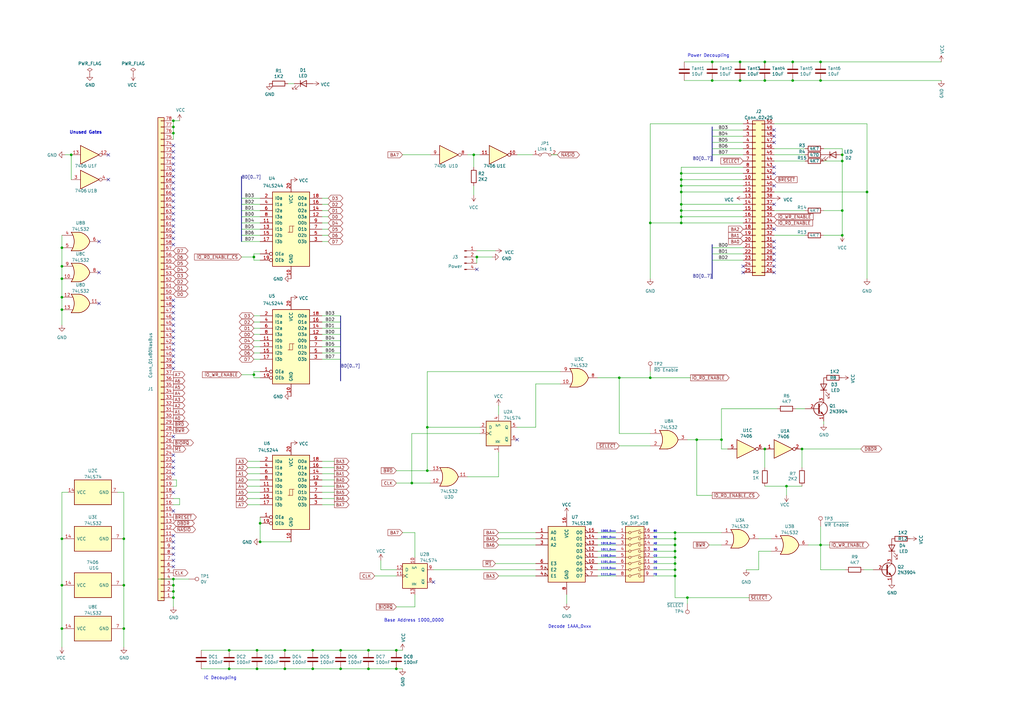
<source format=kicad_sch>
(kicad_sch (version 20230121) (generator eeschema)
  (paper "A3")
  (title_block (title "80 Bus Compact Flash Card") (date "2023-08-14") (rev "0.0.2"))
  (junction (at 139.7 266.7))
  (junction (at 71.12 49.53))
  (junction (at 151.13 274.32))
  (junction (at 25.4 114.3))
  (junction (at 71.12 54.61))
  (junction (at 25.4 257.81))
  (junction (at 175.26 175.26))
  (junction (at 71.12 237.49))
  (junction (at 128.27 274.32))
  (junction (at 345.44 96.52))
  (junction (at 105.41 266.7))
  (junction (at 276.86 226.06))
  (junction (at 292.1 25.4))
  (junction (at 276.86 233.68))
  (junction (at 104.14 153.67))
  (junction (at 345.44 86.36))
  (junction (at 71.12 245.11))
  (junction (at 279.4 71.12))
  (junction (at 313.69 33.02))
  (junction (at 279.4 86.36))
  (junction (at 116.84 266.7))
  (junction (at 279.4 78.74))
  (junction (at 175.26 193.04))
  (junction (at 279.4 88.9))
  (junction (at 292.1 33.02))
  (junction (at 71.12 240.03))
  (junction (at 355.6 78.74))
  (junction (at 168.91 198.12))
  (junction (at 50.8 240.03))
  (junction (at 279.4 83.82))
  (junction (at 266.7 91.44))
  (junction (at 279.4 91.44))
  (junction (at 105.41 274.32))
  (junction (at 128.27 266.7))
  (junction (at 325.12 33.02))
  (junction (at 93.98 266.7))
  (junction (at 194.31 63.5))
  (junction (at 93.98 274.32))
  (junction (at 106.68 222.25))
  (junction (at 139.7 274.32))
  (junction (at 322.58 199.39))
  (junction (at 336.55 223.52))
  (junction (at 325.12 25.4))
  (junction (at 29.21 63.5))
  (junction (at 25.4 220.98))
  (junction (at 281.94 245.11))
  (junction (at 303.53 33.02))
  (junction (at 295.91 180.34))
  (junction (at 116.84 274.32))
  (junction (at 279.4 76.2))
  (junction (at 151.13 266.7))
  (junction (at 25.4 240.03))
  (junction (at 279.4 73.66))
  (junction (at 162.56 274.32))
  (junction (at 25.4 101.6))
  (junction (at 276.86 218.44))
  (junction (at 50.8 220.98))
  (junction (at 254 154.94))
  (junction (at 71.12 52.07))
  (junction (at 276.86 223.52))
  (junction (at 25.4 127))
  (junction (at 345.44 66.04))
  (junction (at 276.86 228.6))
  (junction (at 25.4 121.92))
  (junction (at 266.7 154.94))
  (junction (at 25.4 109.22))
  (junction (at 162.56 266.7))
  (junction (at 104.14 105.41))
  (junction (at 106.68 214.63))
  (junction (at 50.8 257.81))
  (junction (at 276.86 220.98))
  (junction (at 285.75 180.34))
  (junction (at 313.69 25.4))
  (junction (at 303.53 25.4))
  (junction (at 71.12 242.57))
  (junction (at 195.58 105.41))
  (junction (at 345.44 63.5))
  (junction (at 336.55 33.02))
  (junction (at 313.69 184.15))
  (junction (at 276.86 236.22))
  (junction (at 336.55 25.4))
  (junction (at 276.86 231.14))
  (junction (at 328.93 184.15))
  (no_connect (at 71.12 128.27))
  (no_connect (at 71.12 59.69))
  (no_connect (at 71.12 95.25))
  (no_connect (at 71.12 140.97))
  (no_connect (at 71.12 179.07))
  (no_connect (at 71.12 90.17))
  (no_connect (at 317.5 76.2))
  (no_connect (at 71.12 186.69))
  (no_connect (at 71.12 97.79))
  (no_connect (at 317.5 83.82))
  (no_connect (at 71.12 123.19))
  (no_connect (at 71.12 72.39))
  (no_connect (at 71.12 151.13))
  (no_connect (at 44.45 73.66))
  (no_connect (at 317.5 68.58))
  (no_connect (at 71.12 80.01))
  (no_connect (at 71.12 64.77))
  (no_connect (at 71.12 100.33))
  (no_connect (at 177.8 238.76))
  (no_connect (at 317.5 99.06))
  (no_connect (at 317.5 101.6))
  (no_connect (at 71.12 130.81))
  (no_connect (at 71.12 232.41))
  (no_connect (at 40.64 124.46))
  (no_connect (at 71.12 209.55))
  (no_connect (at 304.8 109.22))
  (no_connect (at 71.12 146.05))
  (no_connect (at 71.12 77.47))
  (no_connect (at 71.12 82.55))
  (no_connect (at 71.12 135.89))
  (no_connect (at 317.5 106.68))
  (no_connect (at 71.12 138.43))
  (no_connect (at 317.5 71.12))
  (no_connect (at 71.12 224.79))
  (no_connect (at 71.12 133.35))
  (no_connect (at 40.64 111.76))
  (no_connect (at 71.12 189.23))
  (no_connect (at 71.12 222.25))
  (no_connect (at 71.12 125.73))
  (no_connect (at 317.5 53.34))
  (no_connect (at 40.64 99.06))
  (no_connect (at 71.12 74.93))
  (no_connect (at 71.12 219.71))
  (no_connect (at 71.12 69.85))
  (no_connect (at 44.45 63.5))
  (no_connect (at 317.5 55.88))
  (no_connect (at 317.5 111.76))
  (no_connect (at 71.12 227.33))
  (no_connect (at 71.12 85.09))
  (no_connect (at 317.5 93.98))
  (no_connect (at 71.12 201.93))
  (no_connect (at 71.12 92.71))
  (no_connect (at 71.12 143.51))
  (no_connect (at 71.12 229.87))
  (no_connect (at 71.12 148.59))
  (no_connect (at 71.12 67.31))
  (no_connect (at 317.5 58.42))
  (no_connect (at 317.5 109.22))
  (no_connect (at 71.12 194.31))
  (no_connect (at 71.12 191.77))
  (no_connect (at 195.58 110.49))
  (no_connect (at 71.12 62.23))
  (no_connect (at 304.8 111.76))
  (no_connect (at 71.12 87.63))
  (no_connect (at 317.5 104.14))
  (no_connect (at 212.09 180.34))
  (wire (pts (xy 168.91 177.8) (xy 196.85 177.8)))
  (wire (pts (xy 276.86 226.06) (xy 276.86 223.52)))
  (wire (pts (xy 177.8 233.68) (xy 219.71 233.68)))
  (wire (pts (xy 317.5 60.96) (xy 330.2 60.96)))
  (wire (pts (xy 328.93 184.15) (xy 353.06 184.15)))
  (wire (pts (xy 106.68 152.4) (xy 104.14 152.4)))
  (wire (pts (xy 267.97 223.52) (xy 276.86 223.52)))
  (wire (pts (xy 132.08 189.23) (xy 137.16 189.23)))
  (wire (pts (xy 194.31 68.58) (xy 194.31 63.5)))
  (wire (pts (xy 325.12 33.02) (xy 336.55 33.02)))
  (wire (pts (xy 292.1 55.88) (xy 304.8 55.88)))
  (wire (pts (xy 245.11 220.98) (xy 252.73 220.98)))
  (wire (pts (xy 336.55 215.9) (xy 336.55 223.52)))
  (wire (pts (xy 194.31 76.2) (xy 194.31 80.01)))
  (wire (pts (xy 151.13 274.32) (xy 162.56 274.32)))
  (wire (pts (xy 175.26 152.4) (xy 229.87 152.4)))
  (wire (pts (xy 132.08 207.01) (xy 137.16 207.01)))
  (wire (pts (xy 276.86 218.44) (xy 295.91 218.44)))
  (wire (pts (xy 218.44 63.5) (xy 212.09 63.5)))
  (wire (pts (xy 267.97 220.98) (xy 276.86 220.98)))
  (wire (pts (xy 281.94 245.11) (xy 281.94 247.65)))
  (wire (pts (xy 106.68 86.36) (xy 99.06 86.36)))
  (wire (pts (xy 106.68 96.52) (xy 99.06 96.52)))
  (wire (pts (xy 279.4 71.12) (xy 304.8 71.12)))
  (wire (pts (xy 71.12 237.49) (xy 77.47 237.49)))
  (wire (pts (xy 119.38 222.25) (xy 106.68 222.25)))
  (wire (pts (xy 355.6 50.8) (xy 355.6 78.74)))
  (wire (pts (xy 267.97 236.22) (xy 276.86 236.22)))
  (wire (pts (xy 165.1 63.5) (xy 176.53 63.5)))
  (wire (pts (xy 82.55 266.7) (xy 93.98 266.7)))
  (wire (pts (xy 71.12 245.11) (xy 71.12 242.57)))
  (wire (pts (xy 25.4 201.93) (xy 25.4 220.98)))
  (wire (pts (xy 99.06 105.41) (xy 104.14 105.41)))
  (wire (pts (xy 285.75 203.2) (xy 292.1 203.2)))
  (wire (pts (xy 162.56 198.12) (xy 168.91 198.12)))
  (wire (pts (xy 336.55 25.4) (xy 386.08 25.4)))
  (wire (pts (xy 345.44 63.5) (xy 345.44 66.04)))
  (wire (pts (xy 330.2 167.64) (xy 326.39 167.64)))
  (wire (pts (xy 106.68 91.44) (xy 99.06 91.44)))
  (wire (pts (xy 281.94 245.11) (xy 307.34 245.11)))
  (wire (pts (xy 358.14 233.68) (xy 354.33 233.68)))
  (wire (pts (xy 71.12 204.47) (xy 73.66 204.47)))
  (wire (pts (xy 276.86 245.11) (xy 281.94 245.11)))
  (wire (pts (xy 132.08 81.28) (xy 134.62 81.28)))
  (wire (pts (xy 25.4 240.03) (xy 25.4 257.81)))
  (wire (pts (xy 276.86 231.14) (xy 276.86 228.6)))
  (wire (pts (xy 254 154.94) (xy 266.7 154.94)))
  (wire (pts (xy 73.66 49.53) (xy 71.12 49.53)))
  (wire (pts (xy 128.27 274.32) (xy 139.7 274.32)))
  (wire (pts (xy 292.1 104.14) (xy 304.8 104.14)))
  (wire (pts (xy 245.11 233.68) (xy 252.73 233.68)))
  (wire (pts (xy 71.12 54.61) (xy 71.12 52.07)))
  (wire (pts (xy 204.47 195.58) (xy 204.47 185.42)))
  (wire (pts (xy 153.67 236.22) (xy 162.56 236.22)))
  (wire (pts (xy 132.08 83.82) (xy 134.62 83.82)))
  (wire (pts (xy 232.41 243.84) (xy 232.41 247.65)))
  (wire (pts (xy 245.11 226.06) (xy 252.73 226.06)))
  (wire (pts (xy 101.6 189.23) (xy 106.68 189.23)))
  (wire (pts (xy 93.98 274.32) (xy 105.41 274.32)))
  (wire (pts (xy 337.82 66.04) (xy 345.44 66.04)))
  (wire (pts (xy 139.7 147.32) (xy 132.08 147.32)))
  (wire (pts (xy 266.7 50.8) (xy 266.7 91.44)))
  (wire (pts (xy 285.75 180.34) (xy 285.75 203.2)))
  (wire (pts (xy 104.14 142.24) (xy 106.68 142.24)))
  (wire (pts (xy 276.86 218.44) (xy 267.97 218.44)))
  (wire (pts (xy 105.41 266.7) (xy 116.84 266.7)))
  (wire (pts (xy 317.5 50.8) (xy 355.6 50.8)))
  (wire (pts (xy 219.71 231.14) (xy 203.2 231.14)))
  (wire (pts (xy 120.65 34.29) (xy 118.11 34.29)))
  (wire (pts (xy 93.98 266.7) (xy 105.41 266.7)))
  (wire (pts (xy 245.11 223.52) (xy 252.73 223.52)))
  (wire (pts (xy 279.4 73.66) (xy 279.4 76.2)))
  (wire (pts (xy 132.08 196.85) (xy 137.16 196.85)))
  (wire (pts (xy 132.08 96.52) (xy 134.62 96.52)))
  (wire (pts (xy 303.53 33.02) (xy 313.69 33.02)))
  (wire (pts (xy 162.56 233.68) (xy 156.21 233.68)))
  (wire (pts (xy 204.47 220.98) (xy 219.71 220.98)))
  (wire (pts (xy 292.1 101.6) (xy 304.8 101.6)))
  (wire (pts (xy 139.7 274.32) (xy 151.13 274.32)))
  (wire (pts (xy 292.1 25.4) (xy 303.53 25.4)))
  (wire (pts (xy 104.14 154.94) (xy 104.14 153.67)))
  (wire (pts (xy 29.21 63.5) (xy 29.21 73.66)))
  (wire (pts (xy 313.69 33.02) (xy 325.12 33.02)))
  (wire (pts (xy 139.7 144.78) (xy 132.08 144.78)))
  (wire (pts (xy 64.77 237.49) (xy 71.12 237.49)))
  (wire (pts (xy 73.66 207.01) (xy 71.12 207.01)))
  (wire (pts (xy 71.12 248.92) (xy 71.12 245.11)))
  (wire (pts (xy 328.93 184.15) (xy 328.93 191.77)))
  (wire (pts (xy 245.11 236.22) (xy 252.73 236.22)))
  (wire (pts (xy 26.67 63.5) (xy 29.21 63.5)))
  (wire (pts (xy 50.8 220.98) (xy 50.8 240.03)))
  (wire (pts (xy 295.91 167.64) (xy 318.77 167.64)))
  (wire (pts (xy 219.71 157.48) (xy 229.87 157.48)))
  (wire (pts (xy 266.7 152.4) (xy 266.7 154.94)))
  (wire (pts (xy 151.13 266.7) (xy 162.56 266.7)))
  (wire (pts (xy 132.08 91.44) (xy 134.62 91.44)))
  (wire (pts (xy 104.14 134.62) (xy 106.68 134.62)))
  (wire (pts (xy 280.67 25.4) (xy 292.1 25.4)))
  (wire (pts (xy 292.1 33.02) (xy 303.53 33.02)))
  (wire (pts (xy 279.4 86.36) (xy 279.4 88.9)))
  (wire (pts (xy 104.14 106.68) (xy 104.14 105.41)))
  (wire (pts (xy 139.7 266.7) (xy 151.13 266.7)))
  (wire (pts (xy 276.86 223.52) (xy 276.86 220.98)))
  (wire (pts (xy 71.12 52.07) (xy 71.12 49.53)))
  (wire (pts (xy 195.58 105.41) (xy 201.93 105.41)))
  (wire (pts (xy 292.1 53.34) (xy 304.8 53.34)))
  (wire (pts (xy 139.7 137.16) (xy 132.08 137.16)))
  (wire (pts (xy 104.14 129.54) (xy 106.68 129.54)))
  (wire (pts (xy 104.14 153.67) (xy 104.14 152.4)))
  (wire (pts (xy 204.47 223.52) (xy 219.71 223.52)))
  (bus (pts (xy 292.1 100.33) (xy 292.1 114.3)))
  (bus (pts (xy 292.1 52.07) (xy 292.1 66.04)))
  (wire (pts (xy 245.11 228.6) (xy 252.73 228.6)))
  (bus (pts (xy 139.7 156.21) (xy 139.7 129.54)))
  (wire (pts (xy 345.44 60.96) (xy 345.44 63.5)))
  (wire (pts (xy 162.56 193.04) (xy 175.26 193.04)))
  (wire (pts (xy 105.41 274.32) (xy 116.84 274.32)))
  (wire (pts (xy 336.55 233.68) (xy 346.71 233.68)))
  (wire (pts (xy 298.45 184.15) (xy 295.91 184.15)))
  (wire (pts (xy 132.08 191.77) (xy 137.16 191.77)))
  (wire (pts (xy 106.68 154.94) (xy 104.14 154.94)))
  (wire (pts (xy 267.97 226.06) (xy 276.86 226.06)))
  (wire (pts (xy 337.82 172.72) (xy 337.82 173.99)))
  (wire (pts (xy 285.75 180.34) (xy 281.94 180.34)))
  (wire (pts (xy 304.8 91.44) (xy 279.4 91.44)))
  (wire (pts (xy 295.91 180.34) (xy 285.75 180.34)))
  (wire (pts (xy 106.68 106.68) (xy 104.14 106.68)))
  (wire (pts (xy 72.39 196.85) (xy 72.39 199.39)))
  (wire (pts (xy 101.6 204.47) (xy 106.68 204.47)))
  (wire (pts (xy 162.56 248.92) (xy 170.18 248.92)))
  (wire (pts (xy 132.08 201.93) (xy 137.16 201.93)))
  (wire (pts (xy 306.07 233.68) (xy 311.15 233.68)))
  (wire (pts (xy 175.26 175.26) (xy 196.85 175.26)))
  (wire (pts (xy 295.91 223.52) (xy 290.83 223.52)))
  (wire (pts (xy 292.1 63.5) (xy 304.8 63.5)))
  (wire (pts (xy 336.55 223.52) (xy 340.36 223.52)))
  (wire (pts (xy 106.68 99.06) (xy 99.06 99.06)))
  (wire (pts (xy 71.12 196.85) (xy 72.39 196.85)))
  (wire (pts (xy 204.47 218.44) (xy 219.71 218.44)))
  (wire (pts (xy 322.58 199.39) (xy 313.69 199.39)))
  (wire (pts (xy 25.4 257.81) (xy 25.4 265.43)))
  (wire (pts (xy 50.8 240.03) (xy 50.8 257.81)))
  (wire (pts (xy 162.56 266.7) (xy 165.1 266.7)))
  (wire (pts (xy 194.31 63.5) (xy 196.85 63.5)))
  (wire (pts (xy 279.4 83.82) (xy 279.4 86.36)))
  (wire (pts (xy 25.4 109.22) (xy 25.4 114.3)))
  (wire (pts (xy 106.68 88.9) (xy 99.06 88.9)))
  (wire (pts (xy 104.14 132.08) (xy 106.68 132.08)))
  (wire (pts (xy 25.4 114.3) (xy 25.4 121.92)))
  (wire (pts (xy 279.4 76.2) (xy 279.4 78.74)))
  (wire (pts (xy 322.58 199.39) (xy 328.93 199.39)))
  (wire (pts (xy 101.6 196.85) (xy 106.68 196.85)))
  (wire (pts (xy 313.69 25.4) (xy 325.12 25.4)))
  (wire (pts (xy 292.1 60.96) (xy 304.8 60.96)))
  (wire (pts (xy 304.8 76.2) (xy 279.4 76.2)))
  (wire (pts (xy 50.8 257.81) (xy 50.8 265.43)))
  (wire (pts (xy 48.26 201.93) (xy 50.8 201.93)))
  (wire (pts (xy 104.14 139.7) (xy 106.68 139.7)))
  (wire (pts (xy 345.44 86.36) (xy 345.44 96.52)))
  (wire (pts (xy 336.55 33.02) (xy 386.08 33.02)))
  (wire (pts (xy 104.14 144.78) (xy 106.68 144.78)))
  (wire (pts (xy 304.8 68.58) (xy 279.4 68.58)))
  (wire (pts (xy 139.7 134.62) (xy 132.08 134.62)))
  (bus (pts (xy 99.06 99.06) (xy 99.06 72.39)))
  (wire (pts (xy 266.7 154.94) (xy 283.21 154.94)))
  (wire (pts (xy 99.06 153.67) (xy 104.14 153.67)))
  (wire (pts (xy 73.66 204.47) (xy 73.66 207.01)))
  (wire (pts (xy 25.4 101.6) (xy 25.4 109.22)))
  (wire (pts (xy 116.84 266.7) (xy 128.27 266.7)))
  (wire (pts (xy 276.86 228.6) (xy 276.86 226.06)))
  (wire (pts (xy 276.86 236.22) (xy 276.86 245.11)))
  (wire (pts (xy 139.7 142.24) (xy 132.08 142.24)))
  (wire (pts (xy 226.06 63.5) (xy 228.6 63.5)))
  (wire (pts (xy 276.86 233.68) (xy 276.86 231.14)))
  (wire (pts (xy 106.68 81.28) (xy 99.06 81.28)))
  (wire (pts (xy 245.11 154.94) (xy 254 154.94)))
  (wire (pts (xy 25.4 96.52) (xy 25.4 101.6)))
  (wire (pts (xy 165.1 218.44) (xy 170.18 218.44)))
  (wire (pts (xy 212.09 175.26) (xy 219.71 175.26)))
  (wire (pts (xy 304.8 83.82) (xy 279.4 83.82)))
  (wire (pts (xy 311.15 226.06) (xy 311.15 233.68)))
  (wire (pts (xy 156.21 233.68) (xy 156.21 229.87)))
  (wire (pts (xy 106.68 222.25) (xy 106.68 214.63)))
  (wire (pts (xy 204.47 166.37) (xy 204.47 170.18)))
  (wire (pts (xy 303.53 25.4) (xy 313.69 25.4)))
  (wire (pts (xy 132.08 99.06) (xy 134.62 99.06)))
  (wire (pts (xy 25.4 127) (xy 25.4 133.35)))
  (wire (pts (xy 132.08 194.31) (xy 137.16 194.31)))
  (wire (pts (xy 295.91 167.64) (xy 295.91 180.34)))
  (wire (pts (xy 304.8 50.8) (xy 266.7 50.8)))
  (wire (pts (xy 82.55 274.32) (xy 93.98 274.32)))
  (wire (pts (xy 139.7 139.7) (xy 132.08 139.7)))
  (wire (pts (xy 104.14 147.32) (xy 106.68 147.32)))
  (wire (pts (xy 132.08 199.39) (xy 137.16 199.39)))
  (wire (pts (xy 71.12 242.57) (xy 71.12 240.03)))
  (wire (pts (xy 175.26 175.26) (xy 175.26 152.4)))
  (wire (pts (xy 170.18 218.44) (xy 170.18 228.6)))
  (wire (pts (xy 292.1 106.68) (xy 304.8 106.68)))
  (wire (pts (xy 106.68 214.63) (xy 106.68 212.09)))
  (wire (pts (xy 195.58 105.41) (xy 195.58 107.95)))
  (wire (pts (xy 254 182.88) (xy 266.7 182.88)))
  (wire (pts (xy 267.97 231.14) (xy 276.86 231.14)))
  (wire (pts (xy 337.82 60.96) (xy 345.44 60.96)))
  (wire (pts (xy 128.27 266.7) (xy 139.7 266.7)))
  (wire (pts (xy 322.58 199.39) (xy 322.58 203.2)))
  (wire (pts (xy 267.97 233.68) (xy 276.86 233.68)))
  (wire (pts (xy 219.71 175.26) (xy 219.71 157.48)))
  (wire (pts (xy 316.23 226.06) (xy 311.15 226.06)))
  (wire (pts (xy 204.47 236.22) (xy 219.71 236.22)))
  (wire (pts (xy 266.7 91.44) (xy 279.4 91.44)))
  (wire (pts (xy 304.8 86.36) (xy 279.4 86.36)))
  (wire (pts (xy 104.14 105.41) (xy 104.14 104.14)))
  (wire (pts (xy 254 154.94) (xy 254 177.8)))
  (wire (pts (xy 101.6 207.01) (xy 106.68 207.01)))
  (wire (pts (xy 191.77 63.5) (xy 194.31 63.5)))
  (wire (pts (xy 336.55 223.52) (xy 336.55 233.68)))
  (wire (pts (xy 266.7 91.44) (xy 266.7 114.3)))
  (wire (pts (xy 71.12 57.15) (xy 71.12 54.61)))
  (wire (pts (xy 191.77 195.58) (xy 204.47 195.58)))
  (wire (pts (xy 245.11 218.44) (xy 252.73 218.44)))
  (wire (pts (xy 267.97 228.6) (xy 276.86 228.6)))
  (wire (pts (xy 104.14 137.16) (xy 106.68 137.16)))
  (wire (pts (xy 276.86 220.98) (xy 276.86 218.44)))
  (wire (pts (xy 355.6 78.74) (xy 355.6 114.3)))
  (wire (pts (xy 50.8 201.93) (xy 50.8 220.98)))
  (wire (pts (xy 25.4 121.92) (xy 25.4 127)))
  (wire (pts (xy 295.91 184.15) (xy 295.91 180.34)))
  (wire (pts (xy 279.4 88.9) (xy 304.8 88.9)))
  (wire (pts (xy 317.5 78.74) (xy 355.6 78.74)))
  (wire (pts (xy 292.1 58.42) (xy 304.8 58.42)))
  (wire (pts (xy 170.18 248.92) (xy 170.18 243.84)))
  (wire (pts (xy 311.15 220.98) (xy 316.23 220.98)))
  (wire (pts (xy 101.6 201.93) (xy 106.68 201.93)))
  (wire (pts (xy 317.5 96.52) (xy 330.2 96.52)))
  (wire (pts (xy 325.12 25.4) (xy 336.55 25.4)))
  (wire (pts (xy 313.69 184.15) (xy 313.69 191.77)))
  (wire (pts (xy 317.5 63.5) (xy 330.2 63.5)))
  (wire (pts (xy 25.4 220.98) (xy 25.4 240.03)))
  (wire (pts (xy 116.84 274.32) (xy 128.27 274.32)))
  (wire (pts (xy 245.11 231.14) (xy 252.73 231.14)))
  (wire (pts (xy 276.86 236.22) (xy 276.86 233.68)))
  (wire (pts (xy 168.91 198.12) (xy 176.53 198.12)))
  (wire (pts (xy 175.26 193.04) (xy 175.26 175.26)))
  (wire (pts (xy 106.68 83.82) (xy 99.06 83.82)))
  (wire (pts (xy 331.47 223.52) (xy 336.55 223.52)))
  (wire (pts (xy 280.67 33.02) (xy 292.1 33.02)))
  (wire (pts (xy 345.44 66.04) (xy 345.44 86.36)))
  (wire (pts (xy 317.5 66.04) (xy 330.2 66.04)))
  (wire (pts (xy 337.82 86.36) (xy 345.44 86.36)))
  (wire (pts (xy 304.8 78.74) (xy 279.4 78.74)))
  (wire (pts (xy 132.08 204.47) (xy 137.16 204.47)))
  (wire (pts (xy 304.8 73.66) (xy 279.4 73.66)))
  (wire (pts (xy 132.08 86.36) (xy 134.62 86.36)))
  (wire (pts (xy 139.7 132.08) (xy 132.08 132.08)))
  (wire (pts (xy 279.4 91.44) (xy 279.4 88.9)))
  (wire (pts (xy 279.4 71.12) (xy 279.4 73.66)))
  (wire (pts (xy 162.56 274.32) (xy 165.1 274.32)))
  (wire (pts (xy 279.4 78.74) (xy 279.4 83.82)))
  (wire (pts (xy 25.4 201.93) (xy 27.94 201.93)))
  (wire (pts (xy 101.6 199.39) (xy 106.68 199.39)))
  (wire (pts (xy 106.68 93.98) (xy 99.06 93.98)))
  (wire (pts (xy 175.26 193.04) (xy 176.53 193.04)))
  (wire (pts (xy 101.6 191.77) (xy 106.68 191.77)))
  (wire (pts (xy 132.08 88.9) (xy 134.62 88.9)))
  (wire (pts (xy 106.68 104.14) (xy 104.14 104.14)))
  (wire (pts (xy 139.7 129.54) (xy 132.08 129.54)))
  (wire (pts (xy 279.4 68.58) (xy 279.4 71.12)))
  (wire (pts (xy 71.12 240.03) (xy 71.12 237.49)))
  (wire (pts (xy 168.91 198.12) (xy 168.91 177.8)))
  (wire (pts (xy 317.5 86.36) (xy 330.2 86.36)))
  (wire (pts (xy 71.12 199.39) (xy 72.39 199.39)))
  (wire (pts (xy 337.82 96.52) (xy 345.44 96.52)))
  (wire (pts (xy 195.58 102.87) (xy 203.2 102.87)))
  (wire (pts (xy 101.6 194.31) (xy 106.68 194.31)))
  (wire (pts (xy 254 177.8) (xy 266.7 177.8)))
  (wire (pts (xy 132.08 93.98) (xy 134.62 93.98)))
  (text "Power Decoupling" (at 281.94 23.622 0) (effects (font (size 1.27 1.27)) (justify left bottom)))
  (text "90" (at 267.97 220.98 0) (effects (font (size 0.762 0.762)) (justify left bottom)))
  (text "80" (at 267.97 218.44 0) (effects (font (size 0.762 0.762)) (justify left bottom)))
  (text "IC Decoupling" (at 83.566 278.892 0) (effects (font (size 1.27 1.27)) (justify left bottom)))
  (text "Decode 1AAA_0xxx" (at 224.79 257.81 0) (effects (font (size 1.27 1.27)) (justify left bottom)))
  (text "1101_0xxx" (at 246.38 231.14 0) (effects (font (size 0.762 0.762)) (justify left bottom)))
  (text "1011_0xxx" (at 246.38 226.06 0) (effects (font (size 0.762 0.762)) (justify left bottom)))
  (text "F0" (at 267.97 236.22 0) (effects (font (size 0.762 0.762)) (justify left bottom)))
  (text "1100_0xxx" (at 246.38 228.6 0) (effects (font (size 0.762 0.762)) (justify left bottom)))
  (text "E0" (at 267.97 233.68 0) (effects (font (size 0.762 0.762)) (justify left bottom)))
  (text "D0" (at 267.97 231.14 0) (effects (font (size 0.762 0.762)) (justify left bottom)))
  (text "Base Address 1000_0000" (at 157.48 255.27 0) (effects (font (size 1.27 1.27)) (justify left bottom)))
  (text "1010_0xxx" (at 246.38 223.52 0) (effects (font (size 0.762 0.762)) (justify left bottom)))
  (text "Unused Gates" (at 28.448 55.118 0) (effects (font (size 1.27 1.27) (thickness 0.254) bold) (justify left bottom)))
  (text "B0" (at 267.97 226.06 0) (effects (font (size 0.762 0.762)) (justify left bottom)))
  (text "1001_0xxx" (at 246.38 220.98 0) (effects (font (size 0.762 0.762)) (justify left bottom)))
  (text "A0" (at 267.97 223.52 0) (effects (font (size 0.762 0.762)) (justify left bottom)))
  (text "C0" (at 267.97 228.6 0) (effects (font (size 0.762 0.762)) (justify left bottom)))
  (text "1111_0xxx" (at 246.38 236.22 0) (effects (font (size 0.762 0.762)) (justify left bottom)))
  (text "1000_0xxx" (at 246.38 218.44 0) (effects (font (size 0.762 0.762)) (justify left bottom)))
  (text "1110_0xxx" (at 246.38 233.68 0) (effects (font (size 0.762 0.762)) (justify left bottom)))
  (label "BD1" (at 294.64 104.14 0))
  (label "BD3" (at 100.33 81.28 0))
  (label "BD4" (at 100.33 91.44 0))
  (label "BD3" (at 133.35 129.54 0))
  (label "BD[0..7]" (at 139.7 151.13 0))
  (label "BD[0..7]" (at 292.1 66.04 180))
  (label "BD7" (at 133.35 147.32 0))
  (label "BD4" (at 294.64 55.88 0))
  (label "BD2" (at 100.33 83.82 0))
  (label "BD5" (at 294.64 58.42 0))
  (label "BD4" (at 133.35 139.7 0))
  (label "BD1" (at 133.35 134.62 0))
  (label "BD0" (at 100.33 88.9 0))
  (label "BD6" (at 100.33 96.52 0))
  (label "BD6" (at 133.35 144.78 0))
  (label "BD6" (at 294.64 60.96 0))
  (label "BD[0..7]" (at 292.1 114.3 180))
  (label "BD[0..7]" (at 99.06 73.66 0))
  (label "BD2" (at 133.35 132.08 0))
  (label "BD5" (at 133.35 142.24 0))
  (label "BD0" (at 133.35 137.16 0))
  (label "BD0" (at 294.64 101.6 0))
  (label "BD5" (at 100.33 93.98 0))
  (label "BD7" (at 294.64 63.5 0))
  (label "BD1" (at 100.33 86.36 0))
  (label "BD7" (at 100.33 99.06 0))
  (label "BD3" (at 294.64 53.34 0))
  (label "BD2" (at 294.64 106.68 0))
  (global_label "BA1" (shape output) (at 137.16 194.31 0) (property "Intersheetrefs" "${INTERSHEET_REFS}" (effects hide)))
  (global_label "A7" (shape output) (at 71.12 153.67 0) (property "Intersheetrefs" "${INTERSHEET_REFS}" (effects hide)))
  (global_label "D1" (shape bidirectional) (at 71.12 118.11 0) (property "Intersheetrefs" "${INTERSHEET_REFS}" (effects hide)))
  (global_label "A2" (shape output) (at 71.12 166.37 0) (property "Intersheetrefs" "${INTERSHEET_REFS}" (effects hide)))
  (global_label "BA3" (shape output) (at 137.16 189.23 0) (property "Intersheetrefs" "${INTERSHEET_REFS}" (effects hide)))
  (global_label "~{SELECT}" (shape input) (at 304.8 66.04 180) (property "Intersheetrefs" "${INTERSHEET_REFS}" (effects hide)))
  (global_label "A3" (shape input) (at 101.6 189.23 180) (property "Intersheetrefs" "${INTERSHEET_REFS}" (effects hide)))
  (global_label "D6" (shape bidirectional) (at 71.12 105.41 0) (property "Intersheetrefs" "${INTERSHEET_REFS}" (effects hide)))
  (global_label "A4" (shape input) (at 101.6 199.39 180) (property "Intersheetrefs" "${INTERSHEET_REFS}" (effects hide)))
  (global_label "~{M1}" (shape output) (at 71.12 184.15 0) (property "Intersheetrefs" "${INTERSHEET_REFS}" (effects hide)))
  (global_label "~{BIORQ}" (shape input) (at 162.56 248.92 180) (property "Intersheetrefs" "${INTERSHEET_REFS}" (effects hide)))
  (global_label "BA0" (shape output) (at 137.16 196.85 0) (property "Intersheetrefs" "${INTERSHEET_REFS}" (effects hide)))
  (global_label "BA5" (shape input) (at 204.47 220.98 180) (property "Intersheetrefs" "${INTERSHEET_REFS}" (effects hide)))
  (global_label "~{IO_RD_ENABLE}" (shape output) (at 283.21 154.94 0) (property "Intersheetrefs" "${INTERSHEET_REFS}" (effects hide)))
  (global_label "D4" (shape bidirectional) (at 71.12 110.49 0) (property "Intersheetrefs" "${INTERSHEET_REFS}" (effects hide)))
  (global_label "BA5" (shape output) (at 137.16 201.93 0) (property "Intersheetrefs" "${INTERSHEET_REFS}" (effects hide)))
  (global_label "D2" (shape bidirectional) (at 71.12 115.57 0) (property "Intersheetrefs" "${INTERSHEET_REFS}" (effects hide)))
  (global_label "CLK" (shape output) (at 71.12 234.95 0) (property "Intersheetrefs" "${INTERSHEET_REFS}" (effects hide)))
  (global_label "D3" (shape bidirectional) (at 134.62 81.28 0) (property "Intersheetrefs" "${INTERSHEET_REFS}" (effects hide)))
  (global_label "BA3" (shape input) (at 204.47 236.22 180) (property "Intersheetrefs" "${INTERSHEET_REFS}" (effects hide)))
  (global_label "~{SELECT}" (shape output) (at 307.34 245.11 0) (property "Intersheetrefs" "${INTERSHEET_REFS}" (effects hide)))
  (global_label "D2" (shape bidirectional) (at 104.14 132.08 180) (property "Intersheetrefs" "${INTERSHEET_REFS}" (effects hide)))
  (global_label "~{IO_WR_ENABLE}" (shape input) (at 99.06 153.67 180) (property "Intersheetrefs" "${INTERSHEET_REFS}" (effects hide)))
  (global_label "BA4" (shape input) (at 204.47 218.44 180) (property "Intersheetrefs" "${INTERSHEET_REFS}" (effects hide)))
  (global_label "CLK" (shape input) (at 162.56 198.12 180) (property "Intersheetrefs" "${INTERSHEET_REFS}" (effects hide)))
  (global_label "D0" (shape bidirectional) (at 134.62 88.9 0) (property "Intersheetrefs" "${INTERSHEET_REFS}" (effects hide)))
  (global_label "D5" (shape bidirectional) (at 71.12 107.95 0) (property "Intersheetrefs" "${INTERSHEET_REFS}" (effects hide)))
  (global_label "BA7" (shape input) (at 165.1 63.5 180) (property "Intersheetrefs" "${INTERSHEET_REFS}" (effects hide)))
  (global_label "D1" (shape bidirectional) (at 134.62 86.36 0) (property "Intersheetrefs" "${INTERSHEET_REFS}" (effects hide)))
  (global_label "D7" (shape bidirectional) (at 71.12 102.87 0) (property "Intersheetrefs" "${INTERSHEET_REFS}" (effects hide)))
  (global_label "BA2" (shape output) (at 137.16 191.77 0) (property "Intersheetrefs" "${INTERSHEET_REFS}" (effects hide)))
  (global_label "A6" (shape output) (at 71.12 156.21 0) (property "Intersheetrefs" "${INTERSHEET_REFS}" (effects hide)))
  (global_label "D6" (shape bidirectional) (at 104.14 144.78 180) (property "Intersheetrefs" "${INTERSHEET_REFS}" (effects hide)))
  (global_label "D0" (shape bidirectional) (at 104.14 137.16 180) (property "Intersheetrefs" "${INTERSHEET_REFS}" (effects hide)))
  (global_label "~{BRD}" (shape output) (at 71.12 173.99 0) (property "Intersheetrefs" "${INTERSHEET_REFS}" (effects hide)))
  (global_label "~{SELECT}" (shape input) (at 254 182.88 180) (property "Intersheetrefs" "${INTERSHEET_REFS}" (effects hide)))
  (global_label "D1" (shape bidirectional) (at 104.14 134.62 180) (property "Intersheetrefs" "${INTERSHEET_REFS}" (effects hide)))
  (global_label "A6" (shape input) (at 101.6 204.47 180) (property "Intersheetrefs" "${INTERSHEET_REFS}" (effects hide)))
  (global_label "A0" (shape output) (at 71.12 171.45 0) (property "Intersheetrefs" "${INTERSHEET_REFS}" (effects hide)))
  (global_label "~{DBDR}" (shape bidirectional) (at 353.06 184.15 0) (property "Intersheetrefs" "${INTERSHEET_REFS}" (effects hide)))
  (global_label "A5" (shape output) (at 71.12 158.75 0) (property "Intersheetrefs" "${INTERSHEET_REFS}" (effects hide)))
  (global_label "~{BWR}" (shape input) (at 290.83 223.52 180) (property "Intersheetrefs" "${INTERSHEET_REFS}" (effects hide)))
  (global_label "A0" (shape input) (at 101.6 196.85 180) (property "Intersheetrefs" "${INTERSHEET_REFS}" (effects hide)))
  (global_label "BA6" (shape input) (at 204.47 223.52 180) (property "Intersheetrefs" "${INTERSHEET_REFS}" (effects hide)))
  (global_label "D4" (shape bidirectional) (at 134.62 91.44 0) (property "Intersheetrefs" "${INTERSHEET_REFS}" (effects hide)))
  (global_label "~{BRESET}" (shape input) (at 317.5 73.66 0) (property "Intersheetrefs" "${INTERSHEET_REFS}" (effects hide)))
  (global_label "~{IO_WR_ENABLE}" (shape input) (at 317.5 88.9 0) (property "Intersheetrefs" "${INTERSHEET_REFS}" (effects hide)))
  (global_label "BA1" (shape input) (at 304.8 96.52 180) (property "Intersheetrefs" "${INTERSHEET_REFS}" (effects hide)))
  (global_label "~{IO_RD_ENABLE_CS}" (shape input) (at 99.06 105.41 180) (property "Intersheetrefs" "${INTERSHEET_REFS}" (effects hide)))
  (global_label "A1" (shape output) (at 71.12 168.91 0) (property "Intersheetrefs" "${INTERSHEET_REFS}" (effects hide)))
  (global_label "BA4" (shape output) (at 137.16 199.39 0) (property "Intersheetrefs" "${INTERSHEET_REFS}" (effects hide)))
  (global_label "D2" (shape bidirectional) (at 134.62 83.82 0) (property "Intersheetrefs" "${INTERSHEET_REFS}" (effects hide)))
  (global_label "A3" (shape output) (at 71.12 163.83 0) (property "Intersheetrefs" "${INTERSHEET_REFS}" (effects hide)))
  (global_label "BA7" (shape output) (at 137.16 207.01 0) (property "Intersheetrefs" "${INTERSHEET_REFS}" (effects hide)))
  (global_label "~{BRD}" (shape input) (at 162.56 193.04 180) (property "Intersheetrefs" "${INTERSHEET_REFS}" (effects hide)))
  (global_label "A4" (shape output) (at 71.12 161.29 0) (property "Intersheetrefs" "${INTERSHEET_REFS}" (effects hide)))
  (global_label "A1" (shape input) (at 101.6 194.31 180) (property "Intersheetrefs" "${INTERSHEET_REFS}" (effects hide)))
  (global_label "D5" (shape bidirectional) (at 134.62 93.98 0) (property "Intersheetrefs" "${INTERSHEET_REFS}" (effects hide)))
  (global_label "~{NASIO}" (shape bidirectional) (at 228.6 63.5 0) (property "Intersheetrefs" "${INTERSHEET_REFS}" (effects hide)))
  (global_label "~{DBDR}" (shape bidirectional) (at 71.12 214.63 0) (property "Intersheetrefs" "${INTERSHEET_REFS}" (effects hide)))
  (global_label "BA6" (shape output) (at 137.16 204.47 0) (property "Intersheetrefs" "${INTERSHEET_REFS}" (effects hide)))
  (global_label "D4" (shape bidirectional) (at 104.14 139.7 180) (property "Intersheetrefs" "${INTERSHEET_REFS}" (effects hide)))
  (global_label "D6" (shape bidirectional) (at 134.62 96.52 0) (property "Intersheetrefs" "${INTERSHEET_REFS}" (effects hide)))
  (global_label "~{IO_RD_ENABLE}" (shape input) (at 317.5 91.44 0) (property "Intersheetrefs" "${INTERSHEET_REFS}" (effects hide)))
  (global_label "~{BIORQ}" (shape output) (at 71.12 181.61 0) (property "Intersheetrefs" "${INTERSHEET_REFS}" (effects hide)))
  (global_label "CLK" (shape input) (at 153.67 236.22 180) (property "Intersheetrefs" "${INTERSHEET_REFS}" (effects hide)))
  (global_label "~{BWR}" (shape output) (at 71.12 176.53 0) (property "Intersheetrefs" "${INTERSHEET_REFS}" (effects hide)))
  (global_label "D0" (shape bidirectional) (at 71.12 120.65 0) (property "Intersheetrefs" "${INTERSHEET_REFS}" (effects hide)))
  (global_label "D3" (shape bidirectional) (at 71.12 113.03 0) (property "Intersheetrefs" "${INTERSHEET_REFS}" (effects hide)))
  (global_label "A2" (shape input) (at 101.6 191.77 180) (property "Intersheetrefs" "${INTERSHEET_REFS}" (effects hide)))
  (global_label "BA7" (shape input) (at 165.1 218.44 180) (property "Intersheetrefs" "${INTERSHEET_REFS}" (effects hide)))
  (global_label "D3" (shape bidirectional) (at 104.14 129.54 180) (property "Intersheetrefs" "${INTERSHEET_REFS}" (effects hide)))
  (global_label "BA0" (shape input) (at 304.8 99.06 180) (property "Intersheetrefs" "${INTERSHEET_REFS}" (effects hide)))
  (global_label "~{IO_RD_ENABLE_CS}" (shape output) (at 292.1 203.2 0) (property "Intersheetrefs" "${INTERSHEET_REFS}" (effects hide)))
  (global_label "A5" (shape input) (at 101.6 201.93 180) (property "Intersheetrefs" "${INTERSHEET_REFS}" (effects hide)))
  (global_label "D5" (shape bidirectional) (at 104.14 142.24 180) (property "Intersheetrefs" "${INTERSHEET_REFS}" (effects hide)))
  (global_label "~{IO_WR_ENABLE}" (shape output) (at 340.36 223.52 0) (property "Intersheetrefs" "${INTERSHEET_REFS}" (effects hide)))
  (global_label "BA2" (shape input) (at 304.8 93.98 180) (property "Intersheetrefs" "${INTERSHEET_REFS}" (effects hide)))
  (global_label "~{M1}" (shape input) (at 203.2 231.14 180) (property "Intersheetrefs" "${INTERSHEET_REFS}" (effects hide)))
  (global_label "D7" (shape bidirectional) (at 104.14 147.32 180) (property "Intersheetrefs" "${INTERSHEET_REFS}" (effects hide)))
  (global_label "~{NASIO}" (shape bidirectional) (at 71.12 217.17 0) (property "Intersheetrefs" "${INTERSHEET_REFS}" (effects hide)))
  (global_label "D7" (shape bidirectional) (at 134.62 99.06 0) (property "Intersheetrefs" "${INTERSHEET_REFS}" (effects hide)))
  (global_label "A7" (shape input) (at 101.6 207.01 180) (property "Intersheetrefs" "${INTERSHEET_REFS}" (effects hide)))
  (global_label "~{BRESET}" (shape output) (at 71.12 212.09 0) (property "Intersheetrefs" "${INTERSHEET_REFS}" (effects hide)))
  (symbol (lib_id "80bus:Conn_01x80NasBus-80bus") (at 71.12 146.05 180) (unit 1)
    (property "Reference" "J1" (at 62.992 159.512 0) (effects (justify left)))
    (property "Value" "Conn_01x80NasBus" (at 61.722 136.398 90) (effects (justify left)))
    (property "Footprint" "80bus:80BusEdgeConnector" (effects hide))
  )
  (symbol (lib_id "power:GND") (at 71.12 248.92 0) (unit 1)
    (property "Reference" "#PWR06" (effects hide))
    (property "Value" "GND" (at 71.247 253.3142 0))
  )
  (symbol (lib_id "Device:LED") (at 124.46 34.29 0) (unit 1)
    (property "Reference" "D1" (at 124.2822 28.7782 0))
    (property "Value" "LED" (at 124.2822 31.0896 0))
    (property "Footprint" "LED_THT:LED_D3.0mm" (effects hide))
  )
  (symbol (lib_id "Device:R") (at 114.3 34.29 270) (unit 1)
    (property "Reference" "R1" (at 114.3 29.0322 90))
    (property "Value" "1K2" (at 114.3 31.3436 90))
    (property "Footprint" "Resistor_THT:R_Axial_DIN0309_L9.0mm_D3.2mm_P12.70mm_Horizontal" (effects hide))
  )
  (symbol (lib_id "power:VCC") (at 73.66 49.53 0) (unit 1)
    (property "Reference" "#PWR07" (effects hide))
    (property "Value" "VCC" (at 74.041 45.1358 0))
  )
  (symbol (lib_id "power:PWR_FLAG") (at 36.83 30.48 0) (unit 1)
    (property "Reference" "#FLG01" (effects hide))
    (property "Value" "PWR_FLAG" (at 36.83 26.0858 0))
  )
  (symbol (lib_id "power:GND") (at 36.83 30.48 0) (unit 1)
    (property "Reference" "#PWR03" (effects hide))
    (property "Value" "GND" (at 36.957 34.8742 0))
  )
  (symbol (lib_id "power:PWR_FLAG") (at 54.61 30.48 0) (unit 1)
    (property "Reference" "#FLG02" (effects hide))
    (property "Value" "PWR_FLAG" (at 54.61 26.0858 0))
  )
  (symbol (lib_id "power:GND") (at 110.49 34.29 0) (unit 1)
    (property "Reference" "#PWR09" (effects hide))
    (property "Value" "GND" (at 110.617 38.6842 0))
  )
  (symbol (lib_id "Device:C") (at 325.12 29.21 0) (unit 1)
    (property "Reference" "Tant5" (at 328.041 28.0416 0) (effects (justify left)))
    (property "Value" "10uF" (at 328.041 30.353 0) (effects (justify left)))
    (property "Footprint" "Capacitor_THT:C_Disc_D5.0mm_W2.5mm_P5.00mm" (effects hide))
  )
  (symbol (lib_id "Device:C") (at 336.55 29.21 0) (unit 1)
    (property "Reference" "Tant6" (at 339.471 28.0416 0) (effects (justify left)))
    (property "Value" "10uF" (at 339.471 30.353 0) (effects (justify left)))
    (property "Footprint" "Capacitor_THT:C_Disc_D5.0mm_W2.5mm_P5.00mm" (effects hide))
  )
  (symbol (lib_id "74xx:74LS244") (at 119.38 93.98 0) (unit 1)
    (property "Reference" "U4" (at 111.506 73.152 0))
    (property "Value" "74LS244" (at 112.014 76.2 0))
    (property "Footprint" "Package_DIP:DIP-20_W7.62mm_Socket" (effects hide))
    (property "Datasheet" "http://www.ti.com/lit/ds/symlink/sn74ls244.pdf" (effects hide))
  )
  (symbol (lib_id "power:VCC") (at 128.27 34.29 270) (unit 1)
    (property "Reference" "#PWR015" (effects hide))
    (property "Value" "VCC" (at 131.5212 34.671 90) (effects (justify left)))
  )
  (symbol (lib_id "power:VCC") (at 54.61 30.48 180) (unit 1)
    (property "Reference" "#PWR04" (effects hide))
    (property "Value" "VCC" (at 54.229 34.8742 0))
  )
  (symbol (lib_id "74xx:74LS244") (at 119.38 201.93 0) (unit 1)
    (property "Reference" "U6" (at 109.474 181.864 0))
    (property "Value" "74LS244" (at 109.982 184.658 0))
    (property "Footprint" "Package_DIP:DIP-20_W7.62mm_Socket" (effects hide))
    (property "Datasheet" "http://www.ti.com/lit/ds/symlink/sn74ls244.pdf" (effects hide))
  )
  (symbol (lib_id "power:VCC") (at 119.38 73.66 270) (unit 1)
    (property "Reference" "#PWR010" (effects hide))
    (property "Value" "VCC" (at 122.6312 74.041 90) (effects (justify left)))
  )
  (symbol (lib_id "power:GND") (at 119.38 114.3 270) (unit 1)
    (property "Reference" "#PWR011" (effects hide))
    (property "Value" "GND" (at 116.1288 114.427 90) (effects (justify right)))
  )
  (symbol (lib_id "power:VCC") (at 386.08 25.4 0) (unit 1)
    (property "Reference" "#PWR035" (effects hide))
    (property "Value" "VCC" (at 386.461 22.1742 90) (effects (justify left)))
  )
  (symbol (lib_id "power:GND") (at 386.08 33.02 0) (unit 1)
    (property "Reference" "#PWR036" (effects hide))
    (property "Value" "GND" (at 386.207 36.2712 90) (effects (justify right)))
  )
  (symbol (lib_id "power:GND") (at 106.68 222.25 270) (unit 1)
    (property "Reference" "#PWR08" (effects hide))
    (property "Value" "GND" (at 103.4288 222.377 90) (effects (justify right)))
  )
  (symbol (lib_id "power:VCC") (at 119.38 181.61 270) (unit 1)
    (property "Reference" "#PWR014" (effects hide))
    (property "Value" "VCC" (at 122.6312 181.991 90) (effects (justify left)))
  )
  (symbol (lib_id "Device:C") (at 303.53 29.21 0) (unit 1)
    (property "Reference" "Tant3" (at 306.451 28.0416 0) (effects (justify left)))
    (property "Value" "10uF" (at 306.451 30.353 0) (effects (justify left)))
    (property "Footprint" "Capacitor_THT:C_Disc_D5.0mm_W2.5mm_P5.00mm" (effects hide))
  )
  (symbol (lib_id "Device:C") (at 313.69 29.21 0) (unit 1)
    (property "Reference" "Tant4" (at 316.611 28.0416 0) (effects (justify left)))
    (property "Value" "10uF" (at 316.611 30.353 0) (effects (justify left)))
    (property "Footprint" "Capacitor_THT:C_Disc_D5.0mm_W2.5mm_P5.00mm" (effects hide))
  )
  (symbol (lib_id "power:GND") (at 165.1 274.32 0) (unit 1)
    (property "Reference" "#PWR024" (effects hide))
    (property "Value" "GND" (at 165.227 277.5712 90) (effects (justify right)))
  )
  (symbol (lib_id "power:VCC") (at 165.1 266.7 0) (unit 1)
    (property "Reference" "#PWR023" (effects hide))
    (property "Value" "VCC" (at 165.481 263.4742 90) (effects (justify left)))
  )
  (symbol (lib_id "74xx:74LS06") (at 321.31 184.15 0) (unit 1)
    (property "Reference" "U1" (at 323.85 176.7586 0) (effects (justify right)))
    (property "Value" "7406" (at 323.85 179.07 0) (effects (justify right)))
    (property "Footprint" "Package_DIP:DIP-14_W7.62mm_Socket" (effects hide))
    (property "Datasheet" "http://www.ti.com/lit/gpn/sn74LS06" (effects hide))
  )
  (symbol (lib_id "74xx:74LS06") (at 38.1 240.03 90) (unit 7)
    (property "Reference" "U1" (at 40.513 232.9434 90) (effects (justify left)))
    (property "Value" "7406" (at 40.513 230.632 90) (effects (justify left)))
    (property "Footprint" "Package_DIP:DIP-14_W7.62mm_Socket" (effects hide))
    (property "Datasheet" "http://www.ti.com/lit/gpn/sn74LS06" (effects hide))
  )
  (symbol (lib_id "Device:R") (at 328.93 195.58 180) (unit 1)
    (property "Reference" "R7" (at 325.12 194.31 0))
    (property "Value" "2K2" (at 325.12 196.342 0))
    (property "Footprint" "Resistor_THT:R_Axial_DIN0309_L9.0mm_D3.2mm_P12.70mm_Horizontal" (effects hide))
  )
  (symbol (lib_id "Device:R") (at 313.69 195.58 180) (unit 1)
    (property "Reference" "R5" (at 310.007 193.675 0))
    (property "Value" "1K" (at 310.007 195.961 0))
    (property "Footprint" "Resistor_THT:R_Axial_DIN0309_L9.0mm_D3.2mm_P12.70mm_Horizontal" (effects hide))
  )
  (symbol (lib_id "power:VCC") (at 322.58 203.2 180) (unit 1)
    (property "Reference" "#PWR025" (effects hide))
    (property "Value" "VCC" (at 323.85 207.01 0) (effects (justify left)))
  )
  (symbol (lib_id "74xx:74LS06") (at 36.83 63.5 0) (unit 6)
    (property "Reference" "U1" (at 39.878 68.072 0) (effects (justify right)))
    (property "Value" "7406" (at 35.687 68.072 0) (effects (justify right)))
    (property "Footprint" "Package_DIP:DIP-14_W7.62mm_Socket" (effects hide))
    (property "Datasheet" "http://www.ti.com/lit/gpn/sn74LS06" (effects hide))
  )
  (symbol (lib_id "74xx:74LS06") (at 306.07 184.15 0) (unit 3)
    (property "Reference" "U1" (at 308.61 176.53 0) (effects (justify right)))
    (property "Value" "7406" (at 308.61 178.8414 0) (effects (justify right)))
    (property "Footprint" "Package_DIP:DIP-14_W7.62mm_Socket" (effects hide))
    (property "Datasheet" "http://www.ti.com/lit/gpn/sn74LS06" (effects hide))
  )
  (symbol (lib_id "power:GND") (at 26.67 63.5 270) (unit 1)
    (property "Reference" "#PWR02" (effects hide))
    (property "Value" "GND" (at 23.4188 63.627 90) (effects (justify right)))
  )
  (symbol (lib_id "Device:C") (at 128.27 270.51 0) (unit 1)
    (property "Reference" "DC5" (at 131.191 269.3416 0) (effects (justify left)))
    (property "Value" "100nF" (at 131.191 271.653 0) (effects (justify left)))
    (property "Footprint" "Capacitor_THT:C_Disc_D3.4mm_W2.1mm_P2.50mm" (effects hide))
  )
  (symbol (lib_id "Device:C") (at 139.7 270.51 0) (unit 1)
    (property "Reference" "DC6" (at 142.621 269.3416 0) (effects (justify left)))
    (property "Value" "100nF" (at 142.621 271.653 0) (effects (justify left)))
    (property "Footprint" "Capacitor_THT:C_Disc_D3.4mm_W2.1mm_P2.50mm" (effects hide))
  )
  (symbol (lib_id "74xx:74LS06") (at 184.15 63.5 0) (unit 4)
    (property "Reference" "U1" (at 187.96 68.072 0) (effects (justify right)))
    (property "Value" "7406" (at 183.007 68.072 0) (effects (justify right)))
    (property "Footprint" "Package_DIP:DIP-14_W7.62mm_Socket" (effects hide))
    (property "Datasheet" "http://www.ti.com/lit/gpn/sn74LS06" (effects hide))
  )
  (symbol (lib_id "Connector:TestPoint") (at 266.7 152.4 0) (unit 1)
    (property "Reference" "TP2" (at 268.1732 149.2504 0) (effects (justify left)))
    (property "Value" "~{RD Enable}" (at 268.1732 151.7396 0) (effects (justify left)))
    (property "Footprint" "TestPoint:TestPoint_THTPad_D2.0mm_Drill1.0mm" (effects hide))
  )
  (symbol (lib_id "74xx:74LS06") (at 204.47 63.5 0) (unit 5)
    (property "Reference" "U1" (at 207.518 68.072 0) (effects (justify right)))
    (property "Value" "7406" (at 203.327 68.072 0) (effects (justify right)))
    (property "Footprint" "Package_DIP:DIP-14_W7.62mm_Socket" (effects hide))
    (property "Datasheet" "http://www.ti.com/lit/gpn/sn74LS06" (effects hide))
  )
  (symbol (lib_id "Device:R") (at 194.31 72.39 0) (unit 1)
    (property "Reference" "R2" (at 196.088 71.2216 0) (effects (justify left)))
    (property "Value" "2K2" (at 196.088 73.533 0) (effects (justify left)))
    (property "Footprint" "Resistor_THT:R_Axial_DIN0309_L9.0mm_D3.2mm_P12.70mm_Horizontal" (effects hide))
  )
  (symbol (lib_id "Jumper:Jumper_2_Bridged") (at 223.52 63.5 0) (unit 1)
    (property "Reference" "JP1" (at 223.52 58.801 0))
    (property "Value" "Link 1" (at 223.52 61.1124 0))
    (property "Footprint" "Button_Switch_THT:SW_DIP_SPSTx01_Slide_6.7x4.1mm_W7.62mm_P2.54mm_LowProfile" (effects hide))
  )
  (symbol (lib_id "power:VCC") (at 25.4 265.43 180) (unit 1)
    (property "Reference" "#PWR01" (effects hide))
    (property "Value" "VCC" (at 25.019 269.8242 0))
  )
  (symbol (lib_id "power:GND") (at 50.8 265.43 0) (unit 1)
    (property "Reference" "#PWR05" (effects hide))
    (property "Value" "GND" (at 50.927 269.8242 0))
  )
  (symbol (lib_id "Device:C") (at 280.67 29.21 0) (unit 1)
    (property "Reference" "Tant1" (at 283.591 28.0416 0) (effects (justify left)))
    (property "Value" "10uF" (at 283.591 30.353 0) (effects (justify left)))
    (property "Footprint" "Capacitor_THT:C_Disc_D5.0mm_W2.5mm_P5.00mm" (effects hide))
  )
  (symbol (lib_id "Device:C") (at 292.1 29.21 0) (unit 1)
    (property "Reference" "Tant2" (at 295.021 28.0416 0) (effects (justify left)))
    (property "Value" "10uF" (at 295.021 30.353 0) (effects (justify left)))
    (property "Footprint" "Capacitor_THT:C_Disc_D5.0mm_W2.5mm_P5.00mm" (effects hide))
  )
  (symbol (lib_id "Device:C") (at 93.98 270.51 0) (unit 1)
    (property "Reference" "DC2" (at 96.901 269.3416 0) (effects (justify left)))
    (property "Value" "100nF" (at 96.901 271.653 0) (effects (justify left)))
    (property "Footprint" "Capacitor_THT:C_Disc_D3.4mm_W2.1mm_P2.50mm" (effects hide))
  )
  (symbol (lib_id "Device:C") (at 82.55 270.51 0) (unit 1)
    (property "Reference" "DC1" (at 85.471 269.3416 0) (effects (justify left)))
    (property "Value" "100nF" (at 85.471 271.653 0) (effects (justify left)))
    (property "Footprint" "Capacitor_THT:C_Disc_D3.4mm_W2.1mm_P2.50mm" (effects hide))
  )
  (symbol (lib_id "Device:C") (at 151.13 270.51 0) (unit 1)
    (property "Reference" "DC7" (at 154.051 269.3416 0) (effects (justify left)))
    (property "Value" "100nF" (at 154.051 271.653 0) (effects (justify left)))
    (property "Footprint" "Capacitor_THT:C_Disc_D3.4mm_W2.1mm_P2.50mm" (effects hide))
  )
  (symbol (lib_id "Device:C") (at 105.41 270.51 0) (unit 1)
    (property "Reference" "DC3" (at 108.331 269.3416 0) (effects (justify left)))
    (property "Value" "100nF" (at 108.331 271.653 0) (effects (justify left)))
    (property "Footprint" "Capacitor_THT:C_Disc_D3.4mm_W2.1mm_P2.50mm" (effects hide))
  )
  (symbol (lib_id "74xx:74LS32") (at 184.15 195.58 0) (mirror x) (unit 4)
    (property "Reference" "U3" (at 184.15 203.835 0))
    (property "Value" "74LS32" (at 184.15 201.5236 0))
    (property "Footprint" "Package_DIP:DIP-14_W7.62mm_Socket" (effects hide))
    (property "Datasheet" "http://www.ti.com/lit/gpn/sn74LS32" (effects hide))
  )
  (symbol (lib_id "Connector:TestPoint") (at 77.47 237.49 270) (unit 1)
    (property "Reference" "TP1" (at 82.2452 236.3216 90) (effects (justify left)))
    (property "Value" "0V" (at 82.2452 238.633 90) (effects (justify left)))
    (property "Footprint" "TestPoint:TestPoint_THTPad_D2.0mm_Drill1.0mm" (effects hide))
  )
  (symbol (lib_id "Device:R") (at 334.01 63.5 270) (unit 1)
    (property "Reference" "R4" (at 328.93 62.23 90))
    (property "Value" "470" (at 334.01 63.5 90))
    (property "Footprint" "Resistor_THT:R_Axial_DIN0309_L9.0mm_D3.2mm_P12.70mm_Horizontal" (effects hide))
  )
  (symbol (lib_id "power:VCC") (at 204.47 166.37 0) (unit 1)
    (property "Reference" "#PWR018" (effects hide))
    (property "Value" "VCC" (at 204.47 162.56 0))
  )
  (symbol (lib_id "74xx:74LS32") (at 237.49 154.94 0) (unit 3)
    (property "Reference" "U3" (at 237.49 147.32 0))
    (property "Value" "74LS32" (at 237.49 149.86 0))
    (property "Footprint" "Package_DIP:DIP-14_W7.62mm_Socket" (effects hide))
    (property "Datasheet" "http://www.ti.com/lit/gpn/sn74LS32" (effects hide))
  )
  (symbol (lib_id "74xx:74LS244") (at 119.38 142.24 0) (unit 1)
    (property "Reference" "U5" (at 111.506 121.412 0))
    (property "Value" "74LS244" (at 112.014 124.46 0))
    (property "Footprint" "Package_DIP:DIP-20_W7.62mm_Socket" (effects hide))
    (property "Datasheet" "http://www.ti.com/lit/ds/symlink/sn74ls244.pdf" (effects hide))
  )
  (symbol (lib_id "power:VCC") (at 119.38 121.92 270) (unit 1)
    (property "Reference" "#PWR012" (effects hide))
    (property "Value" "VCC" (at 122.6312 122.301 90) (effects (justify left)))
  )
  (symbol (lib_id "power:VCC") (at 345.44 154.94 270) (unit 1)
    (property "Reference" "#PWR029" (effects hide))
    (property "Value" "VCC" (at 349.8342 155.321 0))
  )
  (symbol (lib_id "74xx:74LS74") (at 170.18 236.22 0) (unit 2)
    (property "Reference" "U2" (at 172.1359 227.33 0) (effects (justify left)))
    (property "Value" "74LS74" (at 172.1359 229.87 0) (effects (justify left)))
    (property "Footprint" "Package_DIP:DIP-14_W7.62mm_Socket" (effects hide))
    (property "Datasheet" "74xx/74hc_hct74.pdf" (effects hide))
  )
  (symbol (lib_id "74xx:74LS32") (at 303.53 220.98 0) (unit 1)
    (property "Reference" "U3" (at 303.53 213.36 0))
    (property "Value" "74LS32" (at 303.53 215.9 0))
    (property "Footprint" "Package_DIP:DIP-14_W7.62mm_Socket" (effects hide))
    (property "Datasheet" "http://www.ti.com/lit/gpn/sn74LS32" (effects hide))
  )
  (symbol (lib_id "Transistor_BJT:2N3904") (at 335.28 167.64 0) (unit 1)
    (property "Reference" "Q1" (at 340.106 166.4716 0) (effects (justify left)))
    (property "Value" "2N3904" (at 340.106 168.783 0) (effects (justify left)))
    (property "Footprint" "Package_TO_SOT_THT:TO-92_Inline_Wide" (effects hide))
    (property "Datasheet" "https://www.onsemi.com/pub/Collateral/2N3903-D.PDF" (effects hide))
  )
  (symbol (lib_id "74xx:74LS32") (at 323.85 223.52 0) (unit 2)
    (property "Reference" "U3" (at 323.85 215.9 0))
    (property "Value" "74LS32" (at 323.85 218.44 0))
    (property "Footprint" "Package_DIP:DIP-14_W7.62mm_Socket" (effects hide))
    (property "Datasheet" "http://www.ti.com/lit/gpn/sn74LS32" (effects hide))
  )
  (symbol (lib_id "Device:R") (at 334.01 60.96 90) (unit 1)
    (property "Reference" "R3" (at 328.93 59.69 90))
    (property "Value" "4K7" (at 334.01 60.96 90))
    (property "Footprint" "Resistor_THT:R_Axial_DIN0309_L9.0mm_D3.2mm_P12.70mm_Horizontal" (effects hide))
  )
  (symbol (lib_id "power:VCC") (at 304.8 81.28 90) (unit 1)
    (property "Reference" "#PWR021" (effects hide))
    (property "Value" "VCC" (at 300.99 81.915 90) (effects (justify left)))
  )
  (symbol (lib_id "power:GND") (at 365.76 238.76 0) (unit 1)
    (property "Reference" "#PWR032" (effects hide))
    (property "Value" "GND" (at 365.887 243.1542 0))
  )
  (symbol (lib_id "power:VCC") (at 373.38 220.98 270) (unit 1)
    (property "Reference" "#PWR034" (effects hide))
    (property "Value" "VCC" (at 377.7742 221.361 0))
  )
  (symbol (lib_id "power:GND") (at 355.6 114.3 0) (unit 1)
    (property "Reference" "#PWR040" (effects hide))
    (property "Value" "GND" (at 355.6 119.38 0))
  )
  (symbol (lib_id "power:GND") (at 232.41 247.65 0) (unit 1)
    (property "Reference" "#PWR020" (effects hide))
    (property "Value" "GND" (at 232.41 252.73 0))
  )
  (symbol (lib_id "Device:R") (at 334.01 66.04 90) (unit 1)
    (property "Reference" "R15" (at 328.93 64.77 90))
    (property "Value" "4K7" (at 334.01 66.04 90))
    (property "Footprint" "Resistor_THT:R_Axial_DIN0309_L9.0mm_D3.2mm_P12.70mm_Horizontal" (effects hide))
  )
  (symbol (lib_id "Connector_Generic:Conn_02x25_Counter_Clockwise") (at 309.88 81.28 0) (unit 1)
    (property "Reference" "J2" (at 311.15 45.72 0))
    (property "Value" "Conn_02x25" (at 311.15 48.26 0))
    (property "Footprint" "80bus:PinHeader_2x25_P1.27mm_Vertical_CF" (effects hide))
  )
  (symbol (lib_id "74xx:74LS32") (at 33.02 99.06 0) (unit 2)
    (property "Reference" "U8" (at 33.02 91.44 0))
    (property "Value" "74LS32" (at 33.02 93.98 0))
    (property "Footprint" "Package_DIP:DIP-14_W7.62mm_Socket" (effects hide))
    (property "Datasheet" "http://www.ti.com/lit/gpn/sn74LS32" (effects hide))
  )
  (symbol (lib_id "Device:C") (at 116.84 270.51 0) (unit 1)
    (property "Reference" "DC4" (at 119.761 269.3416 0) (effects (justify left)))
    (property "Value" "100nF" (at 119.761 271.653 0) (effects (justify left)))
    (property "Footprint" "Capacitor_THT:C_Disc_D3.4mm_W2.1mm_P2.50mm" (effects hide))
  )
  (symbol (lib_id "power:VCC") (at 203.2 102.87 270) (unit 1)
    (property "Reference" "#PWR038" (effects hide))
    (property "Value" "VCC" (at 207.01 103.505 90) (effects (justify left)))
  )
  (symbol (lib_id "Device:LED") (at 341.63 63.5 0) (unit 1)
    (property "Reference" "D2" (at 347.98 64.77 0))
    (property "Value" "LED" (at 347.98 62.23 0))
    (property "Footprint" "LED_THT:LED_D3.0mm" (effects hide))
  )
  (symbol (lib_id "Device:R") (at 334.01 86.36 90) (unit 1)
    (property "Reference" "R14" (at 328.93 85.09 90))
    (property "Value" "4K7" (at 334.01 86.36 90))
    (property "Footprint" "Resistor_THT:R_Axial_DIN0309_L9.0mm_D3.2mm_P12.70mm_Horizontal" (effects hide))
  )
  (symbol (lib_id "power:GND") (at 119.38 162.56 270) (unit 1)
    (property "Reference" "#PWR013" (effects hide))
    (property "Value" "GND" (at 116.1288 162.687 90) (effects (justify right)))
  )
  (symbol (lib_id "power:GND") (at 201.93 105.41 90) (unit 1)
    (property "Reference" "#PWR037" (effects hide))
    (property "Value" "GND" (at 205.74 106.045 90) (effects (justify right)))
  )
  (symbol (lib_id "74xx:74LS32") (at 33.02 111.76 0) (unit 3)
    (property "Reference" "U8" (at 33.02 104.14 0))
    (property "Value" "74LS32" (at 33.02 106.68 0))
    (property "Footprint" "Package_DIP:DIP-14_W7.62mm_Socket" (effects hide))
    (property "Datasheet" "http://www.ti.com/lit/gpn/sn74LS32" (effects hide))
  )
  (symbol (lib_id "Device:R") (at 334.01 96.52 90) (unit 1)
    (property "Reference" "R13" (at 328.93 95.25 90))
    (property "Value" "4K7" (at 334.01 96.52 90))
    (property "Footprint" "Resistor_THT:R_Axial_DIN0309_L9.0mm_D3.2mm_P12.70mm_Horizontal" (effects hide))
  )
  (symbol (lib_id "74xx:74LS74") (at 204.47 177.8 0) (unit 1)
    (property "Reference" "U2" (at 206.4259 168.91 0) (effects (justify left)))
    (property "Value" "74LS74" (at 206.4259 171.45 0) (effects (justify left)))
    (property "Footprint" "Package_DIP:DIP-14_W7.62mm_Socket" (effects hide))
    (property "Datasheet" "74xx/74hc_hct74.pdf" (effects hide))
  )
  (symbol (lib_id "power:VCC") (at 345.44 96.52 180) (unit 1)
    (property "Reference" "#PWR042" (effects hide))
    (property "Value" "VCC" (at 345.44 101.6 0))
  )
  (symbol (lib_id "Device:LED") (at 365.76 224.79 90) (unit 1)
    (property "Reference" "D4" (at 368.7572 223.7994 90) (effects (justify right)))
    (property "Value" "LED" (at 368.7572 226.1108 90) (effects (justify right)))
    (property "Footprint" "LED_THT:LED_D3.0mm" (effects hide))
  )
  (symbol (lib_id "Connector:TestPoint") (at 281.94 247.65 180) (unit 1)
    (property "Reference" "TP4" (at 280.4668 250.7996 0) (effects (justify left)))
    (property "Value" "~{SELECT}" (at 280.4668 248.3104 0) (effects (justify left)))
    (property "Footprint" "TestPoint:TestPoint_THTPad_D2.0mm_Drill1.0mm" (effects hide))
  )
  (symbol (lib_id "74xx:74LS74") (at 38.1 201.93 90) (unit 3)
    (property "Reference" "U2" (at 38.1 193.04 90))
    (property "Value" "74LS74" (at 38.1 195.58 90))
    (property "Footprint" "Package_DIP:DIP-14_W7.62mm_Socket" (effects hide))
    (property "Datasheet" "74xx/74hc_hct74.pdf" (effects hide))
  )
  (symbol (lib_id "Device:R") (at 369.57 220.98 270) (unit 1)
    (property "Reference" "R12" (at 368.3 220.98 90) (effects (justify left)))
    (property "Value" "1K2" (at 368.3 218.44 90) (effects (justify left)))
    (property "Footprint" "Resistor_THT:R_Axial_DIN0309_L9.0mm_D3.2mm_P12.70mm_Horizontal" (effects hide))
  )
  (symbol (lib_id "74xx:74LS32") (at 38.1 220.98 90) (unit 5)
    (property "Reference" "U3" (at 38.1 212.09 90))
    (property "Value" "74LS32" (at 38.1 214.63 90))
    (property "Footprint" "Package_DIP:DIP-14_W7.62mm_Socket" (effects hide))
    (property "Datasheet" "http://www.ti.com/lit/gpn/sn74LS32" (effects hide))
  )
  (symbol (lib_id "power:VCC") (at 156.21 229.87 0) (unit 1)
    (property "Reference" "#PWR016" (effects hide))
    (property "Value" "VCC" (at 156.21 226.06 0))
  )
  (symbol (lib_id "Transistor_BJT:2N3904") (at 363.22 233.68 0) (unit 1)
    (property "Reference" "Q2" (at 368.046 232.5116 0) (effects (justify left)))
    (property "Value" "2N3904" (at 368.046 234.823 0) (effects (justify left)))
    (property "Footprint" "Package_TO_SOT_THT:TO-92_Inline_Wide" (effects hide))
    (property "Datasheet" "https://www.onsemi.com/pub/Collateral/2N3903-D.PDF" (effects hide))
  )
  (symbol (lib_id "74xx:74LS32") (at 38.1 257.81 90) (unit 5)
    (property "Reference" "U8" (at 38.1 248.92 90))
    (property "Value" "74LS32" (at 38.1 251.46 90))
    (property "Footprint" "Package_DIP:DIP-14_W7.62mm_Socket" (effects hide))
    (property "Datasheet" "http://www.ti.com/lit/gpn/sn74LS32" (effects hide))
  )
  (symbol (lib_id "power:VCC") (at 232.41 210.82 0) (unit 1)
    (property "Reference" "#PWR019" (effects hide))
    (property "Value" "VCC" (at 232.41 207.01 0))
  )
  (symbol (lib_id "Device:R") (at 341.63 154.94 270) (unit 1)
    (property "Reference" "R8" (at 340.36 154.94 90) (effects (justify left)))
    (property "Value" "1K2" (at 340.36 152.4 90) (effects (justify left)))
    (property "Footprint" "Resistor_THT:R_Axial_DIN0309_L9.0mm_D3.2mm_P12.70mm_Horizontal" (effects hide))
  )
  (symbol (lib_id "74xx:74LS06") (at 36.83 73.66 0) (unit 2)
    (property "Reference" "U1" (at 39.878 78.232 0) (effects (justify right)))
    (property "Value" "7406" (at 35.687 78.232 0) (effects (justify right)))
    (property "Footprint" "Package_DIP:DIP-14_W7.62mm_Socket" (effects hide))
    (property "Datasheet" "http://www.ti.com/lit/gpn/sn74LS06" (effects hide))
  )
  (symbol (lib_id "74xx:74LS138") (at 232.41 226.06 0) (unit 1)
    (property "Reference" "U7" (at 234.3659 212.09 0) (effects (justify left)))
    (property "Value" "74LS138" (at 234.3659 214.63 0) (effects (justify left)))
    (property "Footprint" "Package_DIP:DIP-16_W7.62mm_Socket" (effects hide))
    (property "Datasheet" "http://www.ti.com/lit/gpn/sn74LS138" (effects hide))
  )
  (symbol (lib_id "Device:R") (at 350.52 233.68 270) (unit 1)
    (property "Reference" "R9" (at 350.52 228.4222 90))
    (property "Value" "4K7" (at 350.52 230.7336 90))
    (property "Footprint" "Resistor_THT:R_Axial_DIN0309_L9.0mm_D3.2mm_P12.70mm_Horizontal" (effects hide))
  )
  (symbol (lib_id "power:VCC") (at 194.31 80.01 180) (unit 1)
    (property "Reference" "#PWR017" (effects hide))
    (property "Value" "VCC" (at 194.31 85.09 0))
  )
  (symbol (lib_id "Device:R") (at 322.58 167.64 270) (unit 1)
    (property "Reference" "R6" (at 322.58 162.3822 90))
    (property "Value" "4K7" (at 322.58 164.6936 90))
    (property "Footprint" "Resistor_THT:R_Axial_DIN0309_L9.0mm_D3.2mm_P12.70mm_Horizontal" (effects hide))
  )
  (symbol (lib_id "Connector:Conn_01x04_Pin") (at 190.5 105.41 0) (unit 1)
    (property "Reference" "J3" (at 186.69 105.41 0))
    (property "Value" "Power" (at 186.69 109.22 0))
    (property "Footprint" "Connector_JST:JST_XH_S4B-XH-A_1x04_P2.50mm_Horizontal" (effects hide))
  )
  (symbol (lib_id "74xx:74LS32") (at 33.02 124.46 0) (unit 4)
    (property "Reference" "U8" (at 33.02 116.84 0))
    (property "Value" "74LS32" (at 33.02 119.38 0))
    (property "Footprint" "Package_DIP:DIP-14_W7.62mm_Socket" (effects hide))
    (property "Datasheet" "http://www.ti.com/lit/gpn/sn74LS32" (effects hide))
  )
  (symbol (lib_id "Device:LED") (at 337.82 158.75 90) (unit 1)
    (property "Reference" "D3" (at 340.8172 157.7594 90) (effects (justify right)))
    (property "Value" "LED" (at 340.8172 160.0708 90) (effects (justify right)))
    (property "Footprint" "LED_THT:LED_D3.0mm" (effects hide))
  )
  (symbol (lib_id "74xx:74LS32") (at 274.32 180.34 0) (unit 1)
    (property "Reference" "U8" (at 274.32 172.72 0))
    (property "Value" "74LS32" (at 274.32 175.26 0))
    (property "Footprint" "Package_DIP:DIP-14_W7.62mm_Socket" (effects hide))
    (property "Datasheet" "http://www.ti.com/lit/gpn/sn74LS32" (effects hide))
  )
  (symbol (lib_id "power:GND") (at 266.7 114.3 0) (unit 1)
    (property "Reference" "#PWR041" (effects hide))
    (property "Value" "GND" (at 266.7 119.38 0))
  )
  (symbol (lib_id "power:GND") (at 337.82 173.99 0) (unit 1)
    (property "Reference" "#PWR027" (effects hide))
    (property "Value" "GND" (at 337.947 178.3842 0))
  )
  (symbol (lib_id "Switch:SW_DIP_x08") (at 260.35 228.6 0) (unit 1)
    (property "Reference" "SW1" (at 260.35 212.09 0))
    (property "Value" "SW_DIP_x08" (at 260.35 214.63 0))
    (property "Footprint" "Package_DIP:DIP-16_W7.62mm_Socket" (effects hide))
  )
  (symbol (lib_id "power:GND") (at 25.4 133.35 0) (unit 1)
    (property "Reference" "#PWR039" (effects hide))
    (property "Value" "GND" (at 25.4 138.43 0))
  )
  (symbol (lib_id "Connector:TestPoint") (at 336.55 215.9 0) (unit 1)
    (property "Reference" "TP3" (at 338.0232 212.7504 0) (effects (justify left)))
    (property "Value" "~{WR Enable}" (at 338.0232 215.2396 0) (effects (justify left)))
    (property "Footprint" "TestPoint:TestPoint_THTPad_D2.0mm_Drill1.0mm" (effects hide))
  )
  (symbol (lib_id "power:GND") (at 306.07 233.68 0) (unit 1)
    (property "Reference" "#PWR028" (effects hide))
    (property "Value" "GND" (at 306.07 238.76 0))
  )
  (symbol (lib_id "power:VCC") (at 317.5 81.28 270) (unit 1)
    (property "Reference" "#PWR022" (effects hide))
    (property "Value" "VCC" (at 321.31 81.915 90) (effects (justify left)))
  )
  (symbol (lib_id "Device:C") (at 162.56 270.51 0) (unit 1)
    (property "Reference" "DC8" (at 165.481 269.3416 0) (effects (justify left)))
    (property "Value" "100nF" (at 165.481 271.653 0) (effects (justify left)))
    (property "Footprint" "Capacitor_THT:C_Disc_D3.4mm_W2.1mm_P2.50mm" (effects hide))
  )
)
</source>
